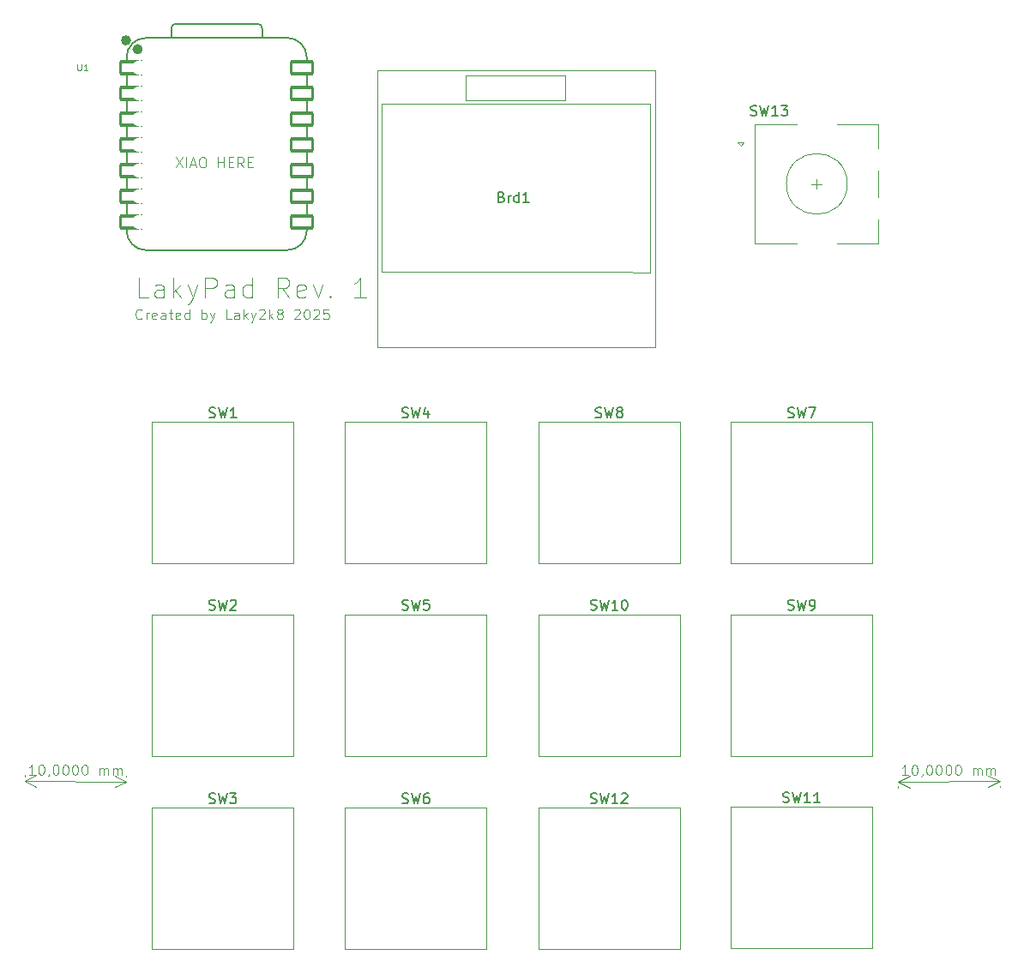
<source format=gbr>
%TF.GenerationSoftware,KiCad,Pcbnew,8.0.8*%
%TF.CreationDate,2025-02-20T19:12:18+01:00*%
%TF.ProjectId,lakypad,6c616b79-7061-4642-9e6b-696361645f70,rev?*%
%TF.SameCoordinates,Original*%
%TF.FileFunction,Legend,Top*%
%TF.FilePolarity,Positive*%
%FSLAX46Y46*%
G04 Gerber Fmt 4.6, Leading zero omitted, Abs format (unit mm)*
G04 Created by KiCad (PCBNEW 8.0.8) date 2025-02-20 19:12:18*
%MOMM*%
%LPD*%
G01*
G04 APERTURE LIST*
G04 Aperture macros list*
%AMRoundRect*
0 Rectangle with rounded corners*
0 $1 Rounding radius*
0 $2 $3 $4 $5 $6 $7 $8 $9 X,Y pos of 4 corners*
0 Add a 4 corners polygon primitive as box body*
4,1,4,$2,$3,$4,$5,$6,$7,$8,$9,$2,$3,0*
0 Add four circle primitives for the rounded corners*
1,1,$1+$1,$2,$3*
1,1,$1+$1,$4,$5*
1,1,$1+$1,$6,$7*
1,1,$1+$1,$8,$9*
0 Add four rect primitives between the rounded corners*
20,1,$1+$1,$2,$3,$4,$5,0*
20,1,$1+$1,$4,$5,$6,$7,0*
20,1,$1+$1,$6,$7,$8,$9,0*
20,1,$1+$1,$8,$9,$2,$3,0*%
G04 Aperture macros list end*
%ADD10C,0.100000*%
%ADD11C,0.150000*%
%ADD12C,0.101600*%
%ADD13C,0.120000*%
%ADD14C,0.127000*%
%ADD15C,0.504000*%
%ADD16R,2.000000X2.000000*%
%ADD17C,2.000000*%
%ADD18C,3.200000*%
%ADD19C,1.700000*%
%ADD20C,4.000000*%
%ADD21C,2.200000*%
%ADD22R,1.600000X1.600000*%
%ADD23O,1.600000X1.600000*%
%ADD24O,1.600000X2.000000*%
%ADD25RoundRect,0.152400X1.063600X0.609600X-1.063600X0.609600X-1.063600X-0.609600X1.063600X-0.609600X0*%
%ADD26C,1.524000*%
%ADD27RoundRect,0.152400X-1.063600X-0.609600X1.063600X-0.609600X1.063600X0.609600X-1.063600X0.609600X0*%
G04 APERTURE END LIST*
D10*
X111208646Y-31872419D02*
X111875312Y-32872419D01*
X111875312Y-31872419D02*
X111208646Y-32872419D01*
X112256265Y-32872419D02*
X112256265Y-31872419D01*
X112684836Y-32586704D02*
X113161026Y-32586704D01*
X112589598Y-32872419D02*
X112922931Y-31872419D01*
X112922931Y-31872419D02*
X113256264Y-32872419D01*
X113780074Y-31872419D02*
X113970550Y-31872419D01*
X113970550Y-31872419D02*
X114065788Y-31920038D01*
X114065788Y-31920038D02*
X114161026Y-32015276D01*
X114161026Y-32015276D02*
X114208645Y-32205752D01*
X114208645Y-32205752D02*
X114208645Y-32539085D01*
X114208645Y-32539085D02*
X114161026Y-32729561D01*
X114161026Y-32729561D02*
X114065788Y-32824800D01*
X114065788Y-32824800D02*
X113970550Y-32872419D01*
X113970550Y-32872419D02*
X113780074Y-32872419D01*
X113780074Y-32872419D02*
X113684836Y-32824800D01*
X113684836Y-32824800D02*
X113589598Y-32729561D01*
X113589598Y-32729561D02*
X113541979Y-32539085D01*
X113541979Y-32539085D02*
X113541979Y-32205752D01*
X113541979Y-32205752D02*
X113589598Y-32015276D01*
X113589598Y-32015276D02*
X113684836Y-31920038D01*
X113684836Y-31920038D02*
X113780074Y-31872419D01*
X115399122Y-32872419D02*
X115399122Y-31872419D01*
X115399122Y-32348609D02*
X115970550Y-32348609D01*
X115970550Y-32872419D02*
X115970550Y-31872419D01*
X116446741Y-32348609D02*
X116780074Y-32348609D01*
X116922931Y-32872419D02*
X116446741Y-32872419D01*
X116446741Y-32872419D02*
X116446741Y-31872419D01*
X116446741Y-31872419D02*
X116922931Y-31872419D01*
X117922931Y-32872419D02*
X117589598Y-32396228D01*
X117351503Y-32872419D02*
X117351503Y-31872419D01*
X117351503Y-31872419D02*
X117732455Y-31872419D01*
X117732455Y-31872419D02*
X117827693Y-31920038D01*
X117827693Y-31920038D02*
X117875312Y-31967657D01*
X117875312Y-31967657D02*
X117922931Y-32062895D01*
X117922931Y-32062895D02*
X117922931Y-32205752D01*
X117922931Y-32205752D02*
X117875312Y-32300990D01*
X117875312Y-32300990D02*
X117827693Y-32348609D01*
X117827693Y-32348609D02*
X117732455Y-32396228D01*
X117732455Y-32396228D02*
X117351503Y-32396228D01*
X118351503Y-32348609D02*
X118684836Y-32348609D01*
X118827693Y-32872419D02*
X118351503Y-32872419D01*
X118351503Y-32872419D02*
X118351503Y-31872419D01*
X118351503Y-31872419D02*
X118827693Y-31872419D01*
X107875312Y-47777180D02*
X107827693Y-47824800D01*
X107827693Y-47824800D02*
X107684836Y-47872419D01*
X107684836Y-47872419D02*
X107589598Y-47872419D01*
X107589598Y-47872419D02*
X107446741Y-47824800D01*
X107446741Y-47824800D02*
X107351503Y-47729561D01*
X107351503Y-47729561D02*
X107303884Y-47634323D01*
X107303884Y-47634323D02*
X107256265Y-47443847D01*
X107256265Y-47443847D02*
X107256265Y-47300990D01*
X107256265Y-47300990D02*
X107303884Y-47110514D01*
X107303884Y-47110514D02*
X107351503Y-47015276D01*
X107351503Y-47015276D02*
X107446741Y-46920038D01*
X107446741Y-46920038D02*
X107589598Y-46872419D01*
X107589598Y-46872419D02*
X107684836Y-46872419D01*
X107684836Y-46872419D02*
X107827693Y-46920038D01*
X107827693Y-46920038D02*
X107875312Y-46967657D01*
X108303884Y-47872419D02*
X108303884Y-47205752D01*
X108303884Y-47396228D02*
X108351503Y-47300990D01*
X108351503Y-47300990D02*
X108399122Y-47253371D01*
X108399122Y-47253371D02*
X108494360Y-47205752D01*
X108494360Y-47205752D02*
X108589598Y-47205752D01*
X109303884Y-47824800D02*
X109208646Y-47872419D01*
X109208646Y-47872419D02*
X109018170Y-47872419D01*
X109018170Y-47872419D02*
X108922932Y-47824800D01*
X108922932Y-47824800D02*
X108875313Y-47729561D01*
X108875313Y-47729561D02*
X108875313Y-47348609D01*
X108875313Y-47348609D02*
X108922932Y-47253371D01*
X108922932Y-47253371D02*
X109018170Y-47205752D01*
X109018170Y-47205752D02*
X109208646Y-47205752D01*
X109208646Y-47205752D02*
X109303884Y-47253371D01*
X109303884Y-47253371D02*
X109351503Y-47348609D01*
X109351503Y-47348609D02*
X109351503Y-47443847D01*
X109351503Y-47443847D02*
X108875313Y-47539085D01*
X110208646Y-47872419D02*
X110208646Y-47348609D01*
X110208646Y-47348609D02*
X110161027Y-47253371D01*
X110161027Y-47253371D02*
X110065789Y-47205752D01*
X110065789Y-47205752D02*
X109875313Y-47205752D01*
X109875313Y-47205752D02*
X109780075Y-47253371D01*
X110208646Y-47824800D02*
X110113408Y-47872419D01*
X110113408Y-47872419D02*
X109875313Y-47872419D01*
X109875313Y-47872419D02*
X109780075Y-47824800D01*
X109780075Y-47824800D02*
X109732456Y-47729561D01*
X109732456Y-47729561D02*
X109732456Y-47634323D01*
X109732456Y-47634323D02*
X109780075Y-47539085D01*
X109780075Y-47539085D02*
X109875313Y-47491466D01*
X109875313Y-47491466D02*
X110113408Y-47491466D01*
X110113408Y-47491466D02*
X110208646Y-47443847D01*
X110541980Y-47205752D02*
X110922932Y-47205752D01*
X110684837Y-46872419D02*
X110684837Y-47729561D01*
X110684837Y-47729561D02*
X110732456Y-47824800D01*
X110732456Y-47824800D02*
X110827694Y-47872419D01*
X110827694Y-47872419D02*
X110922932Y-47872419D01*
X111637218Y-47824800D02*
X111541980Y-47872419D01*
X111541980Y-47872419D02*
X111351504Y-47872419D01*
X111351504Y-47872419D02*
X111256266Y-47824800D01*
X111256266Y-47824800D02*
X111208647Y-47729561D01*
X111208647Y-47729561D02*
X111208647Y-47348609D01*
X111208647Y-47348609D02*
X111256266Y-47253371D01*
X111256266Y-47253371D02*
X111351504Y-47205752D01*
X111351504Y-47205752D02*
X111541980Y-47205752D01*
X111541980Y-47205752D02*
X111637218Y-47253371D01*
X111637218Y-47253371D02*
X111684837Y-47348609D01*
X111684837Y-47348609D02*
X111684837Y-47443847D01*
X111684837Y-47443847D02*
X111208647Y-47539085D01*
X112541980Y-47872419D02*
X112541980Y-46872419D01*
X112541980Y-47824800D02*
X112446742Y-47872419D01*
X112446742Y-47872419D02*
X112256266Y-47872419D01*
X112256266Y-47872419D02*
X112161028Y-47824800D01*
X112161028Y-47824800D02*
X112113409Y-47777180D01*
X112113409Y-47777180D02*
X112065790Y-47681942D01*
X112065790Y-47681942D02*
X112065790Y-47396228D01*
X112065790Y-47396228D02*
X112113409Y-47300990D01*
X112113409Y-47300990D02*
X112161028Y-47253371D01*
X112161028Y-47253371D02*
X112256266Y-47205752D01*
X112256266Y-47205752D02*
X112446742Y-47205752D01*
X112446742Y-47205752D02*
X112541980Y-47253371D01*
X113780076Y-47872419D02*
X113780076Y-46872419D01*
X113780076Y-47253371D02*
X113875314Y-47205752D01*
X113875314Y-47205752D02*
X114065790Y-47205752D01*
X114065790Y-47205752D02*
X114161028Y-47253371D01*
X114161028Y-47253371D02*
X114208647Y-47300990D01*
X114208647Y-47300990D02*
X114256266Y-47396228D01*
X114256266Y-47396228D02*
X114256266Y-47681942D01*
X114256266Y-47681942D02*
X114208647Y-47777180D01*
X114208647Y-47777180D02*
X114161028Y-47824800D01*
X114161028Y-47824800D02*
X114065790Y-47872419D01*
X114065790Y-47872419D02*
X113875314Y-47872419D01*
X113875314Y-47872419D02*
X113780076Y-47824800D01*
X114589600Y-47205752D02*
X114827695Y-47872419D01*
X115065790Y-47205752D02*
X114827695Y-47872419D01*
X114827695Y-47872419D02*
X114732457Y-48110514D01*
X114732457Y-48110514D02*
X114684838Y-48158133D01*
X114684838Y-48158133D02*
X114589600Y-48205752D01*
X116684838Y-47872419D02*
X116208648Y-47872419D01*
X116208648Y-47872419D02*
X116208648Y-46872419D01*
X117446743Y-47872419D02*
X117446743Y-47348609D01*
X117446743Y-47348609D02*
X117399124Y-47253371D01*
X117399124Y-47253371D02*
X117303886Y-47205752D01*
X117303886Y-47205752D02*
X117113410Y-47205752D01*
X117113410Y-47205752D02*
X117018172Y-47253371D01*
X117446743Y-47824800D02*
X117351505Y-47872419D01*
X117351505Y-47872419D02*
X117113410Y-47872419D01*
X117113410Y-47872419D02*
X117018172Y-47824800D01*
X117018172Y-47824800D02*
X116970553Y-47729561D01*
X116970553Y-47729561D02*
X116970553Y-47634323D01*
X116970553Y-47634323D02*
X117018172Y-47539085D01*
X117018172Y-47539085D02*
X117113410Y-47491466D01*
X117113410Y-47491466D02*
X117351505Y-47491466D01*
X117351505Y-47491466D02*
X117446743Y-47443847D01*
X117922934Y-47872419D02*
X117922934Y-46872419D01*
X118018172Y-47491466D02*
X118303886Y-47872419D01*
X118303886Y-47205752D02*
X117922934Y-47586704D01*
X118637220Y-47205752D02*
X118875315Y-47872419D01*
X119113410Y-47205752D02*
X118875315Y-47872419D01*
X118875315Y-47872419D02*
X118780077Y-48110514D01*
X118780077Y-48110514D02*
X118732458Y-48158133D01*
X118732458Y-48158133D02*
X118637220Y-48205752D01*
X119446744Y-46967657D02*
X119494363Y-46920038D01*
X119494363Y-46920038D02*
X119589601Y-46872419D01*
X119589601Y-46872419D02*
X119827696Y-46872419D01*
X119827696Y-46872419D02*
X119922934Y-46920038D01*
X119922934Y-46920038D02*
X119970553Y-46967657D01*
X119970553Y-46967657D02*
X120018172Y-47062895D01*
X120018172Y-47062895D02*
X120018172Y-47158133D01*
X120018172Y-47158133D02*
X119970553Y-47300990D01*
X119970553Y-47300990D02*
X119399125Y-47872419D01*
X119399125Y-47872419D02*
X120018172Y-47872419D01*
X120446744Y-47872419D02*
X120446744Y-46872419D01*
X120541982Y-47491466D02*
X120827696Y-47872419D01*
X120827696Y-47205752D02*
X120446744Y-47586704D01*
X121399125Y-47300990D02*
X121303887Y-47253371D01*
X121303887Y-47253371D02*
X121256268Y-47205752D01*
X121256268Y-47205752D02*
X121208649Y-47110514D01*
X121208649Y-47110514D02*
X121208649Y-47062895D01*
X121208649Y-47062895D02*
X121256268Y-46967657D01*
X121256268Y-46967657D02*
X121303887Y-46920038D01*
X121303887Y-46920038D02*
X121399125Y-46872419D01*
X121399125Y-46872419D02*
X121589601Y-46872419D01*
X121589601Y-46872419D02*
X121684839Y-46920038D01*
X121684839Y-46920038D02*
X121732458Y-46967657D01*
X121732458Y-46967657D02*
X121780077Y-47062895D01*
X121780077Y-47062895D02*
X121780077Y-47110514D01*
X121780077Y-47110514D02*
X121732458Y-47205752D01*
X121732458Y-47205752D02*
X121684839Y-47253371D01*
X121684839Y-47253371D02*
X121589601Y-47300990D01*
X121589601Y-47300990D02*
X121399125Y-47300990D01*
X121399125Y-47300990D02*
X121303887Y-47348609D01*
X121303887Y-47348609D02*
X121256268Y-47396228D01*
X121256268Y-47396228D02*
X121208649Y-47491466D01*
X121208649Y-47491466D02*
X121208649Y-47681942D01*
X121208649Y-47681942D02*
X121256268Y-47777180D01*
X121256268Y-47777180D02*
X121303887Y-47824800D01*
X121303887Y-47824800D02*
X121399125Y-47872419D01*
X121399125Y-47872419D02*
X121589601Y-47872419D01*
X121589601Y-47872419D02*
X121684839Y-47824800D01*
X121684839Y-47824800D02*
X121732458Y-47777180D01*
X121732458Y-47777180D02*
X121780077Y-47681942D01*
X121780077Y-47681942D02*
X121780077Y-47491466D01*
X121780077Y-47491466D02*
X121732458Y-47396228D01*
X121732458Y-47396228D02*
X121684839Y-47348609D01*
X121684839Y-47348609D02*
X121589601Y-47300990D01*
X122922935Y-46967657D02*
X122970554Y-46920038D01*
X122970554Y-46920038D02*
X123065792Y-46872419D01*
X123065792Y-46872419D02*
X123303887Y-46872419D01*
X123303887Y-46872419D02*
X123399125Y-46920038D01*
X123399125Y-46920038D02*
X123446744Y-46967657D01*
X123446744Y-46967657D02*
X123494363Y-47062895D01*
X123494363Y-47062895D02*
X123494363Y-47158133D01*
X123494363Y-47158133D02*
X123446744Y-47300990D01*
X123446744Y-47300990D02*
X122875316Y-47872419D01*
X122875316Y-47872419D02*
X123494363Y-47872419D01*
X124113411Y-46872419D02*
X124208649Y-46872419D01*
X124208649Y-46872419D02*
X124303887Y-46920038D01*
X124303887Y-46920038D02*
X124351506Y-46967657D01*
X124351506Y-46967657D02*
X124399125Y-47062895D01*
X124399125Y-47062895D02*
X124446744Y-47253371D01*
X124446744Y-47253371D02*
X124446744Y-47491466D01*
X124446744Y-47491466D02*
X124399125Y-47681942D01*
X124399125Y-47681942D02*
X124351506Y-47777180D01*
X124351506Y-47777180D02*
X124303887Y-47824800D01*
X124303887Y-47824800D02*
X124208649Y-47872419D01*
X124208649Y-47872419D02*
X124113411Y-47872419D01*
X124113411Y-47872419D02*
X124018173Y-47824800D01*
X124018173Y-47824800D02*
X123970554Y-47777180D01*
X123970554Y-47777180D02*
X123922935Y-47681942D01*
X123922935Y-47681942D02*
X123875316Y-47491466D01*
X123875316Y-47491466D02*
X123875316Y-47253371D01*
X123875316Y-47253371D02*
X123922935Y-47062895D01*
X123922935Y-47062895D02*
X123970554Y-46967657D01*
X123970554Y-46967657D02*
X124018173Y-46920038D01*
X124018173Y-46920038D02*
X124113411Y-46872419D01*
X124827697Y-46967657D02*
X124875316Y-46920038D01*
X124875316Y-46920038D02*
X124970554Y-46872419D01*
X124970554Y-46872419D02*
X125208649Y-46872419D01*
X125208649Y-46872419D02*
X125303887Y-46920038D01*
X125303887Y-46920038D02*
X125351506Y-46967657D01*
X125351506Y-46967657D02*
X125399125Y-47062895D01*
X125399125Y-47062895D02*
X125399125Y-47158133D01*
X125399125Y-47158133D02*
X125351506Y-47300990D01*
X125351506Y-47300990D02*
X124780078Y-47872419D01*
X124780078Y-47872419D02*
X125399125Y-47872419D01*
X126303887Y-46872419D02*
X125827697Y-46872419D01*
X125827697Y-46872419D02*
X125780078Y-47348609D01*
X125780078Y-47348609D02*
X125827697Y-47300990D01*
X125827697Y-47300990D02*
X125922935Y-47253371D01*
X125922935Y-47253371D02*
X126161030Y-47253371D01*
X126161030Y-47253371D02*
X126256268Y-47300990D01*
X126256268Y-47300990D02*
X126303887Y-47348609D01*
X126303887Y-47348609D02*
X126351506Y-47443847D01*
X126351506Y-47443847D02*
X126351506Y-47681942D01*
X126351506Y-47681942D02*
X126303887Y-47777180D01*
X126303887Y-47777180D02*
X126256268Y-47824800D01*
X126256268Y-47824800D02*
X126161030Y-47872419D01*
X126161030Y-47872419D02*
X125922935Y-47872419D01*
X125922935Y-47872419D02*
X125827697Y-47824800D01*
X125827697Y-47824800D02*
X125780078Y-47777180D01*
X108494360Y-45750038D02*
X107541979Y-45750038D01*
X107541979Y-45750038D02*
X107541979Y-43750038D01*
X110018170Y-45750038D02*
X110018170Y-44702419D01*
X110018170Y-44702419D02*
X109922932Y-44511942D01*
X109922932Y-44511942D02*
X109732456Y-44416704D01*
X109732456Y-44416704D02*
X109351503Y-44416704D01*
X109351503Y-44416704D02*
X109161027Y-44511942D01*
X110018170Y-45654800D02*
X109827694Y-45750038D01*
X109827694Y-45750038D02*
X109351503Y-45750038D01*
X109351503Y-45750038D02*
X109161027Y-45654800D01*
X109161027Y-45654800D02*
X109065789Y-45464323D01*
X109065789Y-45464323D02*
X109065789Y-45273847D01*
X109065789Y-45273847D02*
X109161027Y-45083371D01*
X109161027Y-45083371D02*
X109351503Y-44988133D01*
X109351503Y-44988133D02*
X109827694Y-44988133D01*
X109827694Y-44988133D02*
X110018170Y-44892895D01*
X110970551Y-45750038D02*
X110970551Y-43750038D01*
X111161027Y-44988133D02*
X111732456Y-45750038D01*
X111732456Y-44416704D02*
X110970551Y-45178609D01*
X112399123Y-44416704D02*
X112875313Y-45750038D01*
X113351504Y-44416704D02*
X112875313Y-45750038D01*
X112875313Y-45750038D02*
X112684837Y-46226228D01*
X112684837Y-46226228D02*
X112589599Y-46321466D01*
X112589599Y-46321466D02*
X112399123Y-46416704D01*
X114113409Y-45750038D02*
X114113409Y-43750038D01*
X114113409Y-43750038D02*
X114875314Y-43750038D01*
X114875314Y-43750038D02*
X115065790Y-43845276D01*
X115065790Y-43845276D02*
X115161028Y-43940514D01*
X115161028Y-43940514D02*
X115256266Y-44130990D01*
X115256266Y-44130990D02*
X115256266Y-44416704D01*
X115256266Y-44416704D02*
X115161028Y-44607180D01*
X115161028Y-44607180D02*
X115065790Y-44702419D01*
X115065790Y-44702419D02*
X114875314Y-44797657D01*
X114875314Y-44797657D02*
X114113409Y-44797657D01*
X116970552Y-45750038D02*
X116970552Y-44702419D01*
X116970552Y-44702419D02*
X116875314Y-44511942D01*
X116875314Y-44511942D02*
X116684838Y-44416704D01*
X116684838Y-44416704D02*
X116303885Y-44416704D01*
X116303885Y-44416704D02*
X116113409Y-44511942D01*
X116970552Y-45654800D02*
X116780076Y-45750038D01*
X116780076Y-45750038D02*
X116303885Y-45750038D01*
X116303885Y-45750038D02*
X116113409Y-45654800D01*
X116113409Y-45654800D02*
X116018171Y-45464323D01*
X116018171Y-45464323D02*
X116018171Y-45273847D01*
X116018171Y-45273847D02*
X116113409Y-45083371D01*
X116113409Y-45083371D02*
X116303885Y-44988133D01*
X116303885Y-44988133D02*
X116780076Y-44988133D01*
X116780076Y-44988133D02*
X116970552Y-44892895D01*
X118780076Y-45750038D02*
X118780076Y-43750038D01*
X118780076Y-45654800D02*
X118589600Y-45750038D01*
X118589600Y-45750038D02*
X118208647Y-45750038D01*
X118208647Y-45750038D02*
X118018171Y-45654800D01*
X118018171Y-45654800D02*
X117922933Y-45559561D01*
X117922933Y-45559561D02*
X117827695Y-45369085D01*
X117827695Y-45369085D02*
X117827695Y-44797657D01*
X117827695Y-44797657D02*
X117922933Y-44607180D01*
X117922933Y-44607180D02*
X118018171Y-44511942D01*
X118018171Y-44511942D02*
X118208647Y-44416704D01*
X118208647Y-44416704D02*
X118589600Y-44416704D01*
X118589600Y-44416704D02*
X118780076Y-44511942D01*
X122399124Y-45750038D02*
X121732457Y-44797657D01*
X121256267Y-45750038D02*
X121256267Y-43750038D01*
X121256267Y-43750038D02*
X122018172Y-43750038D01*
X122018172Y-43750038D02*
X122208648Y-43845276D01*
X122208648Y-43845276D02*
X122303886Y-43940514D01*
X122303886Y-43940514D02*
X122399124Y-44130990D01*
X122399124Y-44130990D02*
X122399124Y-44416704D01*
X122399124Y-44416704D02*
X122303886Y-44607180D01*
X122303886Y-44607180D02*
X122208648Y-44702419D01*
X122208648Y-44702419D02*
X122018172Y-44797657D01*
X122018172Y-44797657D02*
X121256267Y-44797657D01*
X124018172Y-45654800D02*
X123827696Y-45750038D01*
X123827696Y-45750038D02*
X123446743Y-45750038D01*
X123446743Y-45750038D02*
X123256267Y-45654800D01*
X123256267Y-45654800D02*
X123161029Y-45464323D01*
X123161029Y-45464323D02*
X123161029Y-44702419D01*
X123161029Y-44702419D02*
X123256267Y-44511942D01*
X123256267Y-44511942D02*
X123446743Y-44416704D01*
X123446743Y-44416704D02*
X123827696Y-44416704D01*
X123827696Y-44416704D02*
X124018172Y-44511942D01*
X124018172Y-44511942D02*
X124113410Y-44702419D01*
X124113410Y-44702419D02*
X124113410Y-44892895D01*
X124113410Y-44892895D02*
X123161029Y-45083371D01*
X124780077Y-44416704D02*
X125256267Y-45750038D01*
X125256267Y-45750038D02*
X125732458Y-44416704D01*
X126494363Y-45559561D02*
X126589601Y-45654800D01*
X126589601Y-45654800D02*
X126494363Y-45750038D01*
X126494363Y-45750038D02*
X126399125Y-45654800D01*
X126399125Y-45654800D02*
X126494363Y-45559561D01*
X126494363Y-45559561D02*
X126494363Y-45750038D01*
X130018173Y-45750038D02*
X128875316Y-45750038D01*
X129446744Y-45750038D02*
X129446744Y-43750038D01*
X129446744Y-43750038D02*
X129256268Y-44035752D01*
X129256268Y-44035752D02*
X129065792Y-44226228D01*
X129065792Y-44226228D02*
X128875316Y-44321466D01*
X183500922Y-92884076D02*
X182929496Y-92885505D01*
X183215209Y-92884790D02*
X183212709Y-91884794D01*
X183212709Y-91884794D02*
X183117828Y-92027888D01*
X183117828Y-92027888D02*
X183022829Y-92123364D01*
X183022829Y-92123364D02*
X182927710Y-92171221D01*
X184117468Y-91882532D02*
X184212706Y-91882294D01*
X184212706Y-91882294D02*
X184308063Y-91929674D01*
X184308063Y-91929674D02*
X184355801Y-91977174D01*
X184355801Y-91977174D02*
X184403658Y-92072293D01*
X184403658Y-92072293D02*
X184451753Y-92262650D01*
X184451753Y-92262650D02*
X184452348Y-92500744D01*
X184452348Y-92500744D02*
X184405205Y-92691339D01*
X184405205Y-92691339D02*
X184357825Y-92786695D01*
X184357825Y-92786695D02*
X184310325Y-92834433D01*
X184310325Y-92834433D02*
X184215206Y-92882290D01*
X184215206Y-92882290D02*
X184119968Y-92882529D01*
X184119968Y-92882529D02*
X184024611Y-92835148D01*
X184024611Y-92835148D02*
X183976873Y-92787648D01*
X183976873Y-92787648D02*
X183929016Y-92692529D01*
X183929016Y-92692529D02*
X183880921Y-92502173D01*
X183880921Y-92502173D02*
X183880326Y-92264078D01*
X183880326Y-92264078D02*
X183927469Y-92073483D01*
X183927469Y-92073483D02*
X183974850Y-91978127D01*
X183974850Y-91978127D02*
X184022349Y-91930389D01*
X184022349Y-91930389D02*
X184117468Y-91882532D01*
X184929370Y-92832886D02*
X184929490Y-92880505D01*
X184929490Y-92880505D02*
X184882109Y-92975862D01*
X184882109Y-92975862D02*
X184834609Y-93023600D01*
X185546035Y-91878960D02*
X185641273Y-91878722D01*
X185641273Y-91878722D02*
X185736629Y-91926103D01*
X185736629Y-91926103D02*
X185784367Y-91973603D01*
X185784367Y-91973603D02*
X185832224Y-92068722D01*
X185832224Y-92068722D02*
X185880319Y-92259078D01*
X185880319Y-92259078D02*
X185880915Y-92497173D01*
X185880915Y-92497173D02*
X185833772Y-92687767D01*
X185833772Y-92687767D02*
X185786391Y-92783124D01*
X185786391Y-92783124D02*
X185738891Y-92830862D01*
X185738891Y-92830862D02*
X185643773Y-92878719D01*
X185643773Y-92878719D02*
X185548535Y-92878957D01*
X185548535Y-92878957D02*
X185453178Y-92831576D01*
X185453178Y-92831576D02*
X185405440Y-92784076D01*
X185405440Y-92784076D02*
X185357583Y-92688958D01*
X185357583Y-92688958D02*
X185309488Y-92498601D01*
X185309488Y-92498601D02*
X185308893Y-92260507D01*
X185308893Y-92260507D02*
X185356035Y-92069912D01*
X185356035Y-92069912D02*
X185403416Y-91974555D01*
X185403416Y-91974555D02*
X185450916Y-91926817D01*
X185450916Y-91926817D02*
X185546035Y-91878960D01*
X186498413Y-91876579D02*
X186593651Y-91876341D01*
X186593651Y-91876341D02*
X186689007Y-91923722D01*
X186689007Y-91923722D02*
X186736745Y-91971222D01*
X186736745Y-91971222D02*
X186784602Y-92066341D01*
X186784602Y-92066341D02*
X186832697Y-92256697D01*
X186832697Y-92256697D02*
X186833293Y-92494792D01*
X186833293Y-92494792D02*
X186786150Y-92685386D01*
X186786150Y-92685386D02*
X186738769Y-92780743D01*
X186738769Y-92780743D02*
X186691269Y-92828481D01*
X186691269Y-92828481D02*
X186596151Y-92876338D01*
X186596151Y-92876338D02*
X186500913Y-92876576D01*
X186500913Y-92876576D02*
X186405556Y-92829195D01*
X186405556Y-92829195D02*
X186357818Y-92781696D01*
X186357818Y-92781696D02*
X186309961Y-92686577D01*
X186309961Y-92686577D02*
X186261866Y-92496220D01*
X186261866Y-92496220D02*
X186261271Y-92258126D01*
X186261271Y-92258126D02*
X186308413Y-92067531D01*
X186308413Y-92067531D02*
X186355794Y-91972174D01*
X186355794Y-91972174D02*
X186403294Y-91924436D01*
X186403294Y-91924436D02*
X186498413Y-91876579D01*
X187450791Y-91874198D02*
X187546029Y-91873960D01*
X187546029Y-91873960D02*
X187641385Y-91921341D01*
X187641385Y-91921341D02*
X187689123Y-91968841D01*
X187689123Y-91968841D02*
X187736980Y-92063960D01*
X187736980Y-92063960D02*
X187785075Y-92254316D01*
X187785075Y-92254316D02*
X187785671Y-92492411D01*
X187785671Y-92492411D02*
X187738528Y-92683005D01*
X187738528Y-92683005D02*
X187691147Y-92778362D01*
X187691147Y-92778362D02*
X187643647Y-92826100D01*
X187643647Y-92826100D02*
X187548529Y-92873957D01*
X187548529Y-92873957D02*
X187453291Y-92874195D01*
X187453291Y-92874195D02*
X187357934Y-92826814D01*
X187357934Y-92826814D02*
X187310196Y-92779315D01*
X187310196Y-92779315D02*
X187262339Y-92684196D01*
X187262339Y-92684196D02*
X187214244Y-92493839D01*
X187214244Y-92493839D02*
X187213649Y-92255745D01*
X187213649Y-92255745D02*
X187260791Y-92065150D01*
X187260791Y-92065150D02*
X187308172Y-91969793D01*
X187308172Y-91969793D02*
X187355672Y-91922055D01*
X187355672Y-91922055D02*
X187450791Y-91874198D01*
X188403169Y-91871817D02*
X188498407Y-91871579D01*
X188498407Y-91871579D02*
X188593763Y-91918960D01*
X188593763Y-91918960D02*
X188641501Y-91966460D01*
X188641501Y-91966460D02*
X188689358Y-92061579D01*
X188689358Y-92061579D02*
X188737453Y-92251935D01*
X188737453Y-92251935D02*
X188738049Y-92490030D01*
X188738049Y-92490030D02*
X188690906Y-92680624D01*
X188690906Y-92680624D02*
X188643525Y-92775981D01*
X188643525Y-92775981D02*
X188596025Y-92823719D01*
X188596025Y-92823719D02*
X188500907Y-92871576D01*
X188500907Y-92871576D02*
X188405669Y-92871814D01*
X188405669Y-92871814D02*
X188310312Y-92824433D01*
X188310312Y-92824433D02*
X188262574Y-92776934D01*
X188262574Y-92776934D02*
X188214717Y-92681815D01*
X188214717Y-92681815D02*
X188166622Y-92491458D01*
X188166622Y-92491458D02*
X188166027Y-92253364D01*
X188166027Y-92253364D02*
X188213169Y-92062769D01*
X188213169Y-92062769D02*
X188260550Y-91967412D01*
X188260550Y-91967412D02*
X188308050Y-91919674D01*
X188308050Y-91919674D02*
X188403169Y-91871817D01*
X189929474Y-92868005D02*
X189927807Y-92201340D01*
X189928045Y-92296578D02*
X189975545Y-92248840D01*
X189975545Y-92248840D02*
X190070664Y-92200983D01*
X190070664Y-92200983D02*
X190213521Y-92200626D01*
X190213521Y-92200626D02*
X190308877Y-92248007D01*
X190308877Y-92248007D02*
X190356734Y-92343125D01*
X190356734Y-92343125D02*
X190358044Y-92866933D01*
X190356734Y-92343125D02*
X190404115Y-92247769D01*
X190404115Y-92247769D02*
X190499234Y-92199912D01*
X190499234Y-92199912D02*
X190642091Y-92199554D01*
X190642091Y-92199554D02*
X190737448Y-92246935D01*
X190737448Y-92246935D02*
X190785305Y-92342054D01*
X190785305Y-92342054D02*
X190786614Y-92865862D01*
X191262803Y-92864671D02*
X191261136Y-92198007D01*
X191261374Y-92293245D02*
X191308874Y-92245507D01*
X191308874Y-92245507D02*
X191403993Y-92197650D01*
X191403993Y-92197650D02*
X191546849Y-92197293D01*
X191546849Y-92197293D02*
X191642206Y-92244673D01*
X191642206Y-92244673D02*
X191690063Y-92339792D01*
X191690063Y-92339792D02*
X191691373Y-92863600D01*
X191690063Y-92339792D02*
X191737444Y-92244435D01*
X191737444Y-92244435D02*
X191832563Y-92196578D01*
X191832563Y-92196578D02*
X191975419Y-92196221D01*
X191975419Y-92196221D02*
X192070776Y-92243602D01*
X192070776Y-92243602D02*
X192118633Y-92338721D01*
X192118633Y-92338721D02*
X192119943Y-92862529D01*
X182551250Y-93974998D02*
X182551601Y-94115455D01*
X192551250Y-93949998D02*
X192551601Y-94090455D01*
X182550135Y-93529037D02*
X192550135Y-93504037D01*
X182550135Y-93529037D02*
X192550135Y-93504037D01*
X182550135Y-93529037D02*
X183675169Y-92939802D01*
X182550135Y-93529037D02*
X183678101Y-94112640D01*
X192550135Y-93504037D02*
X191425101Y-94093272D01*
X192550135Y-93504037D02*
X191422169Y-92920434D01*
X97279156Y-92847494D02*
X96707730Y-92846066D01*
X96993443Y-92846780D02*
X96995943Y-91846783D01*
X96995943Y-91846783D02*
X96900348Y-91989402D01*
X96900348Y-91989402D02*
X96804872Y-92084401D01*
X96804872Y-92084401D02*
X96709515Y-92131782D01*
X97900702Y-91849045D02*
X97995940Y-91849283D01*
X97995940Y-91849283D02*
X98091059Y-91897140D01*
X98091059Y-91897140D02*
X98138558Y-91944878D01*
X98138558Y-91944878D02*
X98185939Y-92040235D01*
X98185939Y-92040235D02*
X98233082Y-92230829D01*
X98233082Y-92230829D02*
X98232487Y-92468924D01*
X98232487Y-92468924D02*
X98184392Y-92659280D01*
X98184392Y-92659280D02*
X98136535Y-92754399D01*
X98136535Y-92754399D02*
X98088797Y-92801899D01*
X98088797Y-92801899D02*
X97993440Y-92849280D01*
X97993440Y-92849280D02*
X97898202Y-92849042D01*
X97898202Y-92849042D02*
X97803083Y-92801185D01*
X97803083Y-92801185D02*
X97755583Y-92753447D01*
X97755583Y-92753447D02*
X97708203Y-92658090D01*
X97708203Y-92658090D02*
X97661060Y-92467495D01*
X97661060Y-92467495D02*
X97661655Y-92229401D01*
X97661655Y-92229401D02*
X97709750Y-92039044D01*
X97709750Y-92039044D02*
X97757607Y-91943925D01*
X97757607Y-91943925D02*
X97805345Y-91896426D01*
X97805345Y-91896426D02*
X97900702Y-91849045D01*
X98707842Y-92803447D02*
X98707723Y-92851066D01*
X98707723Y-92851066D02*
X98659866Y-92946184D01*
X98659866Y-92946184D02*
X98612128Y-92993684D01*
X99329269Y-91852616D02*
X99424506Y-91852854D01*
X99424506Y-91852854D02*
X99519625Y-91900711D01*
X99519625Y-91900711D02*
X99567125Y-91948449D01*
X99567125Y-91948449D02*
X99614506Y-92043806D01*
X99614506Y-92043806D02*
X99661649Y-92234401D01*
X99661649Y-92234401D02*
X99661053Y-92472495D01*
X99661053Y-92472495D02*
X99612958Y-92662852D01*
X99612958Y-92662852D02*
X99565101Y-92757971D01*
X99565101Y-92757971D02*
X99517363Y-92805470D01*
X99517363Y-92805470D02*
X99422006Y-92852851D01*
X99422006Y-92852851D02*
X99326769Y-92852613D01*
X99326769Y-92852613D02*
X99231650Y-92804756D01*
X99231650Y-92804756D02*
X99184150Y-92757018D01*
X99184150Y-92757018D02*
X99136769Y-92661661D01*
X99136769Y-92661661D02*
X99089627Y-92471067D01*
X99089627Y-92471067D02*
X99090222Y-92232972D01*
X99090222Y-92232972D02*
X99138317Y-92042616D01*
X99138317Y-92042616D02*
X99186174Y-91947497D01*
X99186174Y-91947497D02*
X99233912Y-91899997D01*
X99233912Y-91899997D02*
X99329269Y-91852616D01*
X100281647Y-91854997D02*
X100376884Y-91855235D01*
X100376884Y-91855235D02*
X100472003Y-91903092D01*
X100472003Y-91903092D02*
X100519503Y-91950830D01*
X100519503Y-91950830D02*
X100566884Y-92046187D01*
X100566884Y-92046187D02*
X100614027Y-92236782D01*
X100614027Y-92236782D02*
X100613431Y-92474876D01*
X100613431Y-92474876D02*
X100565336Y-92665233D01*
X100565336Y-92665233D02*
X100517479Y-92760352D01*
X100517479Y-92760352D02*
X100469741Y-92807851D01*
X100469741Y-92807851D02*
X100374384Y-92855232D01*
X100374384Y-92855232D02*
X100279147Y-92854994D01*
X100279147Y-92854994D02*
X100184028Y-92807137D01*
X100184028Y-92807137D02*
X100136528Y-92759399D01*
X100136528Y-92759399D02*
X100089147Y-92664042D01*
X100089147Y-92664042D02*
X100042005Y-92473448D01*
X100042005Y-92473448D02*
X100042600Y-92235353D01*
X100042600Y-92235353D02*
X100090695Y-92044997D01*
X100090695Y-92044997D02*
X100138552Y-91949878D01*
X100138552Y-91949878D02*
X100186290Y-91902378D01*
X100186290Y-91902378D02*
X100281647Y-91854997D01*
X101234025Y-91857378D02*
X101329262Y-91857616D01*
X101329262Y-91857616D02*
X101424381Y-91905473D01*
X101424381Y-91905473D02*
X101471881Y-91953211D01*
X101471881Y-91953211D02*
X101519262Y-92048568D01*
X101519262Y-92048568D02*
X101566405Y-92239163D01*
X101566405Y-92239163D02*
X101565809Y-92477257D01*
X101565809Y-92477257D02*
X101517714Y-92667614D01*
X101517714Y-92667614D02*
X101469857Y-92762732D01*
X101469857Y-92762732D02*
X101422119Y-92810232D01*
X101422119Y-92810232D02*
X101326762Y-92857613D01*
X101326762Y-92857613D02*
X101231525Y-92857375D01*
X101231525Y-92857375D02*
X101136406Y-92809518D01*
X101136406Y-92809518D02*
X101088906Y-92761780D01*
X101088906Y-92761780D02*
X101041525Y-92666423D01*
X101041525Y-92666423D02*
X100994383Y-92475829D01*
X100994383Y-92475829D02*
X100994978Y-92237734D01*
X100994978Y-92237734D02*
X101043073Y-92047378D01*
X101043073Y-92047378D02*
X101090930Y-91952259D01*
X101090930Y-91952259D02*
X101138668Y-91904759D01*
X101138668Y-91904759D02*
X101234025Y-91857378D01*
X102186403Y-91859759D02*
X102281640Y-91859997D01*
X102281640Y-91859997D02*
X102376759Y-91907854D01*
X102376759Y-91907854D02*
X102424259Y-91955592D01*
X102424259Y-91955592D02*
X102471640Y-92050949D01*
X102471640Y-92050949D02*
X102518783Y-92241544D01*
X102518783Y-92241544D02*
X102518187Y-92479638D01*
X102518187Y-92479638D02*
X102470092Y-92669995D01*
X102470092Y-92669995D02*
X102422235Y-92765113D01*
X102422235Y-92765113D02*
X102374497Y-92812613D01*
X102374497Y-92812613D02*
X102279141Y-92859994D01*
X102279141Y-92859994D02*
X102183903Y-92859756D01*
X102183903Y-92859756D02*
X102088784Y-92811899D01*
X102088784Y-92811899D02*
X102041284Y-92764161D01*
X102041284Y-92764161D02*
X101993903Y-92668804D01*
X101993903Y-92668804D02*
X101946761Y-92478210D01*
X101946761Y-92478210D02*
X101947356Y-92240115D01*
X101947356Y-92240115D02*
X101995451Y-92049759D01*
X101995451Y-92049759D02*
X102043308Y-91954640D01*
X102043308Y-91954640D02*
X102091046Y-91907140D01*
X102091046Y-91907140D02*
X102186403Y-91859759D01*
X103707708Y-92863565D02*
X103709374Y-92196901D01*
X103709136Y-92292139D02*
X103756874Y-92244639D01*
X103756874Y-92244639D02*
X103852231Y-92197258D01*
X103852231Y-92197258D02*
X103995088Y-92197615D01*
X103995088Y-92197615D02*
X104090207Y-92245472D01*
X104090207Y-92245472D02*
X104137587Y-92340829D01*
X104137587Y-92340829D02*
X104136278Y-92864637D01*
X104137587Y-92340829D02*
X104185444Y-92245710D01*
X104185444Y-92245710D02*
X104280801Y-92198329D01*
X104280801Y-92198329D02*
X104423658Y-92198687D01*
X104423658Y-92198687D02*
X104518777Y-92246544D01*
X104518777Y-92246544D02*
X104566157Y-92341900D01*
X104566157Y-92341900D02*
X104564848Y-92865708D01*
X105041037Y-92866899D02*
X105042703Y-92200234D01*
X105042465Y-92295472D02*
X105090203Y-92247972D01*
X105090203Y-92247972D02*
X105185560Y-92200591D01*
X105185560Y-92200591D02*
X105328417Y-92200949D01*
X105328417Y-92200949D02*
X105423535Y-92248805D01*
X105423535Y-92248805D02*
X105470916Y-92344162D01*
X105470916Y-92344162D02*
X105469607Y-92867970D01*
X105470916Y-92344162D02*
X105518773Y-92249044D01*
X105518773Y-92249044D02*
X105614130Y-92201663D01*
X105614130Y-92201663D02*
X105756987Y-92202020D01*
X105756987Y-92202020D02*
X105852105Y-92249877D01*
X105852105Y-92249877D02*
X105899486Y-92345234D01*
X105899486Y-92345234D02*
X105898177Y-92869042D01*
X106326250Y-93075002D02*
X106326622Y-92926275D01*
X96326250Y-93050002D02*
X96326622Y-92901275D01*
X106325156Y-93512693D02*
X96325156Y-93487693D01*
X106325156Y-93512693D02*
X96325156Y-93487693D01*
X106325156Y-93512693D02*
X105197190Y-94096296D01*
X106325156Y-93512693D02*
X105200122Y-92923458D01*
X96325156Y-93487693D02*
X97453122Y-92904090D01*
X96325156Y-93487693D02*
X97450190Y-94076928D01*
D11*
X167990476Y-27707200D02*
X168133333Y-27754819D01*
X168133333Y-27754819D02*
X168371428Y-27754819D01*
X168371428Y-27754819D02*
X168466666Y-27707200D01*
X168466666Y-27707200D02*
X168514285Y-27659580D01*
X168514285Y-27659580D02*
X168561904Y-27564342D01*
X168561904Y-27564342D02*
X168561904Y-27469104D01*
X168561904Y-27469104D02*
X168514285Y-27373866D01*
X168514285Y-27373866D02*
X168466666Y-27326247D01*
X168466666Y-27326247D02*
X168371428Y-27278628D01*
X168371428Y-27278628D02*
X168180952Y-27231009D01*
X168180952Y-27231009D02*
X168085714Y-27183390D01*
X168085714Y-27183390D02*
X168038095Y-27135771D01*
X168038095Y-27135771D02*
X167990476Y-27040533D01*
X167990476Y-27040533D02*
X167990476Y-26945295D01*
X167990476Y-26945295D02*
X168038095Y-26850057D01*
X168038095Y-26850057D02*
X168085714Y-26802438D01*
X168085714Y-26802438D02*
X168180952Y-26754819D01*
X168180952Y-26754819D02*
X168419047Y-26754819D01*
X168419047Y-26754819D02*
X168561904Y-26802438D01*
X168895238Y-26754819D02*
X169133333Y-27754819D01*
X169133333Y-27754819D02*
X169323809Y-27040533D01*
X169323809Y-27040533D02*
X169514285Y-27754819D01*
X169514285Y-27754819D02*
X169752381Y-26754819D01*
X170657142Y-27754819D02*
X170085714Y-27754819D01*
X170371428Y-27754819D02*
X170371428Y-26754819D01*
X170371428Y-26754819D02*
X170276190Y-26897676D01*
X170276190Y-26897676D02*
X170180952Y-26992914D01*
X170180952Y-26992914D02*
X170085714Y-27040533D01*
X170990476Y-26754819D02*
X171609523Y-26754819D01*
X171609523Y-26754819D02*
X171276190Y-27135771D01*
X171276190Y-27135771D02*
X171419047Y-27135771D01*
X171419047Y-27135771D02*
X171514285Y-27183390D01*
X171514285Y-27183390D02*
X171561904Y-27231009D01*
X171561904Y-27231009D02*
X171609523Y-27326247D01*
X171609523Y-27326247D02*
X171609523Y-27564342D01*
X171609523Y-27564342D02*
X171561904Y-27659580D01*
X171561904Y-27659580D02*
X171514285Y-27707200D01*
X171514285Y-27707200D02*
X171419047Y-27754819D01*
X171419047Y-27754819D02*
X171133333Y-27754819D01*
X171133333Y-27754819D02*
X171038095Y-27707200D01*
X171038095Y-27707200D02*
X170990476Y-27659580D01*
X152190476Y-95633200D02*
X152333333Y-95680819D01*
X152333333Y-95680819D02*
X152571428Y-95680819D01*
X152571428Y-95680819D02*
X152666666Y-95633200D01*
X152666666Y-95633200D02*
X152714285Y-95585580D01*
X152714285Y-95585580D02*
X152761904Y-95490342D01*
X152761904Y-95490342D02*
X152761904Y-95395104D01*
X152761904Y-95395104D02*
X152714285Y-95299866D01*
X152714285Y-95299866D02*
X152666666Y-95252247D01*
X152666666Y-95252247D02*
X152571428Y-95204628D01*
X152571428Y-95204628D02*
X152380952Y-95157009D01*
X152380952Y-95157009D02*
X152285714Y-95109390D01*
X152285714Y-95109390D02*
X152238095Y-95061771D01*
X152238095Y-95061771D02*
X152190476Y-94966533D01*
X152190476Y-94966533D02*
X152190476Y-94871295D01*
X152190476Y-94871295D02*
X152238095Y-94776057D01*
X152238095Y-94776057D02*
X152285714Y-94728438D01*
X152285714Y-94728438D02*
X152380952Y-94680819D01*
X152380952Y-94680819D02*
X152619047Y-94680819D01*
X152619047Y-94680819D02*
X152761904Y-94728438D01*
X153095238Y-94680819D02*
X153333333Y-95680819D01*
X153333333Y-95680819D02*
X153523809Y-94966533D01*
X153523809Y-94966533D02*
X153714285Y-95680819D01*
X153714285Y-95680819D02*
X153952381Y-94680819D01*
X154857142Y-95680819D02*
X154285714Y-95680819D01*
X154571428Y-95680819D02*
X154571428Y-94680819D01*
X154571428Y-94680819D02*
X154476190Y-94823676D01*
X154476190Y-94823676D02*
X154380952Y-94918914D01*
X154380952Y-94918914D02*
X154285714Y-94966533D01*
X155238095Y-94776057D02*
X155285714Y-94728438D01*
X155285714Y-94728438D02*
X155380952Y-94680819D01*
X155380952Y-94680819D02*
X155619047Y-94680819D01*
X155619047Y-94680819D02*
X155714285Y-94728438D01*
X155714285Y-94728438D02*
X155761904Y-94776057D01*
X155761904Y-94776057D02*
X155809523Y-94871295D01*
X155809523Y-94871295D02*
X155809523Y-94966533D01*
X155809523Y-94966533D02*
X155761904Y-95109390D01*
X155761904Y-95109390D02*
X155190476Y-95680819D01*
X155190476Y-95680819D02*
X155809523Y-95680819D01*
X171190476Y-95533200D02*
X171333333Y-95580819D01*
X171333333Y-95580819D02*
X171571428Y-95580819D01*
X171571428Y-95580819D02*
X171666666Y-95533200D01*
X171666666Y-95533200D02*
X171714285Y-95485580D01*
X171714285Y-95485580D02*
X171761904Y-95390342D01*
X171761904Y-95390342D02*
X171761904Y-95295104D01*
X171761904Y-95295104D02*
X171714285Y-95199866D01*
X171714285Y-95199866D02*
X171666666Y-95152247D01*
X171666666Y-95152247D02*
X171571428Y-95104628D01*
X171571428Y-95104628D02*
X171380952Y-95057009D01*
X171380952Y-95057009D02*
X171285714Y-95009390D01*
X171285714Y-95009390D02*
X171238095Y-94961771D01*
X171238095Y-94961771D02*
X171190476Y-94866533D01*
X171190476Y-94866533D02*
X171190476Y-94771295D01*
X171190476Y-94771295D02*
X171238095Y-94676057D01*
X171238095Y-94676057D02*
X171285714Y-94628438D01*
X171285714Y-94628438D02*
X171380952Y-94580819D01*
X171380952Y-94580819D02*
X171619047Y-94580819D01*
X171619047Y-94580819D02*
X171761904Y-94628438D01*
X172095238Y-94580819D02*
X172333333Y-95580819D01*
X172333333Y-95580819D02*
X172523809Y-94866533D01*
X172523809Y-94866533D02*
X172714285Y-95580819D01*
X172714285Y-95580819D02*
X172952381Y-94580819D01*
X173857142Y-95580819D02*
X173285714Y-95580819D01*
X173571428Y-95580819D02*
X173571428Y-94580819D01*
X173571428Y-94580819D02*
X173476190Y-94723676D01*
X173476190Y-94723676D02*
X173380952Y-94818914D01*
X173380952Y-94818914D02*
X173285714Y-94866533D01*
X174809523Y-95580819D02*
X174238095Y-95580819D01*
X174523809Y-95580819D02*
X174523809Y-94580819D01*
X174523809Y-94580819D02*
X174428571Y-94723676D01*
X174428571Y-94723676D02*
X174333333Y-94818914D01*
X174333333Y-94818914D02*
X174238095Y-94866533D01*
X152190476Y-76533200D02*
X152333333Y-76580819D01*
X152333333Y-76580819D02*
X152571428Y-76580819D01*
X152571428Y-76580819D02*
X152666666Y-76533200D01*
X152666666Y-76533200D02*
X152714285Y-76485580D01*
X152714285Y-76485580D02*
X152761904Y-76390342D01*
X152761904Y-76390342D02*
X152761904Y-76295104D01*
X152761904Y-76295104D02*
X152714285Y-76199866D01*
X152714285Y-76199866D02*
X152666666Y-76152247D01*
X152666666Y-76152247D02*
X152571428Y-76104628D01*
X152571428Y-76104628D02*
X152380952Y-76057009D01*
X152380952Y-76057009D02*
X152285714Y-76009390D01*
X152285714Y-76009390D02*
X152238095Y-75961771D01*
X152238095Y-75961771D02*
X152190476Y-75866533D01*
X152190476Y-75866533D02*
X152190476Y-75771295D01*
X152190476Y-75771295D02*
X152238095Y-75676057D01*
X152238095Y-75676057D02*
X152285714Y-75628438D01*
X152285714Y-75628438D02*
X152380952Y-75580819D01*
X152380952Y-75580819D02*
X152619047Y-75580819D01*
X152619047Y-75580819D02*
X152761904Y-75628438D01*
X153095238Y-75580819D02*
X153333333Y-76580819D01*
X153333333Y-76580819D02*
X153523809Y-75866533D01*
X153523809Y-75866533D02*
X153714285Y-76580819D01*
X153714285Y-76580819D02*
X153952381Y-75580819D01*
X154857142Y-76580819D02*
X154285714Y-76580819D01*
X154571428Y-76580819D02*
X154571428Y-75580819D01*
X154571428Y-75580819D02*
X154476190Y-75723676D01*
X154476190Y-75723676D02*
X154380952Y-75818914D01*
X154380952Y-75818914D02*
X154285714Y-75866533D01*
X155476190Y-75580819D02*
X155571428Y-75580819D01*
X155571428Y-75580819D02*
X155666666Y-75628438D01*
X155666666Y-75628438D02*
X155714285Y-75676057D01*
X155714285Y-75676057D02*
X155761904Y-75771295D01*
X155761904Y-75771295D02*
X155809523Y-75961771D01*
X155809523Y-75961771D02*
X155809523Y-76199866D01*
X155809523Y-76199866D02*
X155761904Y-76390342D01*
X155761904Y-76390342D02*
X155714285Y-76485580D01*
X155714285Y-76485580D02*
X155666666Y-76533200D01*
X155666666Y-76533200D02*
X155571428Y-76580819D01*
X155571428Y-76580819D02*
X155476190Y-76580819D01*
X155476190Y-76580819D02*
X155380952Y-76533200D01*
X155380952Y-76533200D02*
X155333333Y-76485580D01*
X155333333Y-76485580D02*
X155285714Y-76390342D01*
X155285714Y-76390342D02*
X155238095Y-76199866D01*
X155238095Y-76199866D02*
X155238095Y-75961771D01*
X155238095Y-75961771D02*
X155285714Y-75771295D01*
X155285714Y-75771295D02*
X155333333Y-75676057D01*
X155333333Y-75676057D02*
X155380952Y-75628438D01*
X155380952Y-75628438D02*
X155476190Y-75580819D01*
X171666667Y-76533200D02*
X171809524Y-76580819D01*
X171809524Y-76580819D02*
X172047619Y-76580819D01*
X172047619Y-76580819D02*
X172142857Y-76533200D01*
X172142857Y-76533200D02*
X172190476Y-76485580D01*
X172190476Y-76485580D02*
X172238095Y-76390342D01*
X172238095Y-76390342D02*
X172238095Y-76295104D01*
X172238095Y-76295104D02*
X172190476Y-76199866D01*
X172190476Y-76199866D02*
X172142857Y-76152247D01*
X172142857Y-76152247D02*
X172047619Y-76104628D01*
X172047619Y-76104628D02*
X171857143Y-76057009D01*
X171857143Y-76057009D02*
X171761905Y-76009390D01*
X171761905Y-76009390D02*
X171714286Y-75961771D01*
X171714286Y-75961771D02*
X171666667Y-75866533D01*
X171666667Y-75866533D02*
X171666667Y-75771295D01*
X171666667Y-75771295D02*
X171714286Y-75676057D01*
X171714286Y-75676057D02*
X171761905Y-75628438D01*
X171761905Y-75628438D02*
X171857143Y-75580819D01*
X171857143Y-75580819D02*
X172095238Y-75580819D01*
X172095238Y-75580819D02*
X172238095Y-75628438D01*
X172571429Y-75580819D02*
X172809524Y-76580819D01*
X172809524Y-76580819D02*
X173000000Y-75866533D01*
X173000000Y-75866533D02*
X173190476Y-76580819D01*
X173190476Y-76580819D02*
X173428572Y-75580819D01*
X173857143Y-76580819D02*
X174047619Y-76580819D01*
X174047619Y-76580819D02*
X174142857Y-76533200D01*
X174142857Y-76533200D02*
X174190476Y-76485580D01*
X174190476Y-76485580D02*
X174285714Y-76342723D01*
X174285714Y-76342723D02*
X174333333Y-76152247D01*
X174333333Y-76152247D02*
X174333333Y-75771295D01*
X174333333Y-75771295D02*
X174285714Y-75676057D01*
X174285714Y-75676057D02*
X174238095Y-75628438D01*
X174238095Y-75628438D02*
X174142857Y-75580819D01*
X174142857Y-75580819D02*
X173952381Y-75580819D01*
X173952381Y-75580819D02*
X173857143Y-75628438D01*
X173857143Y-75628438D02*
X173809524Y-75676057D01*
X173809524Y-75676057D02*
X173761905Y-75771295D01*
X173761905Y-75771295D02*
X173761905Y-76009390D01*
X173761905Y-76009390D02*
X173809524Y-76104628D01*
X173809524Y-76104628D02*
X173857143Y-76152247D01*
X173857143Y-76152247D02*
X173952381Y-76199866D01*
X173952381Y-76199866D02*
X174142857Y-76199866D01*
X174142857Y-76199866D02*
X174238095Y-76152247D01*
X174238095Y-76152247D02*
X174285714Y-76104628D01*
X174285714Y-76104628D02*
X174333333Y-76009390D01*
X152666667Y-57533200D02*
X152809524Y-57580819D01*
X152809524Y-57580819D02*
X153047619Y-57580819D01*
X153047619Y-57580819D02*
X153142857Y-57533200D01*
X153142857Y-57533200D02*
X153190476Y-57485580D01*
X153190476Y-57485580D02*
X153238095Y-57390342D01*
X153238095Y-57390342D02*
X153238095Y-57295104D01*
X153238095Y-57295104D02*
X153190476Y-57199866D01*
X153190476Y-57199866D02*
X153142857Y-57152247D01*
X153142857Y-57152247D02*
X153047619Y-57104628D01*
X153047619Y-57104628D02*
X152857143Y-57057009D01*
X152857143Y-57057009D02*
X152761905Y-57009390D01*
X152761905Y-57009390D02*
X152714286Y-56961771D01*
X152714286Y-56961771D02*
X152666667Y-56866533D01*
X152666667Y-56866533D02*
X152666667Y-56771295D01*
X152666667Y-56771295D02*
X152714286Y-56676057D01*
X152714286Y-56676057D02*
X152761905Y-56628438D01*
X152761905Y-56628438D02*
X152857143Y-56580819D01*
X152857143Y-56580819D02*
X153095238Y-56580819D01*
X153095238Y-56580819D02*
X153238095Y-56628438D01*
X153571429Y-56580819D02*
X153809524Y-57580819D01*
X153809524Y-57580819D02*
X154000000Y-56866533D01*
X154000000Y-56866533D02*
X154190476Y-57580819D01*
X154190476Y-57580819D02*
X154428572Y-56580819D01*
X154952381Y-57009390D02*
X154857143Y-56961771D01*
X154857143Y-56961771D02*
X154809524Y-56914152D01*
X154809524Y-56914152D02*
X154761905Y-56818914D01*
X154761905Y-56818914D02*
X154761905Y-56771295D01*
X154761905Y-56771295D02*
X154809524Y-56676057D01*
X154809524Y-56676057D02*
X154857143Y-56628438D01*
X154857143Y-56628438D02*
X154952381Y-56580819D01*
X154952381Y-56580819D02*
X155142857Y-56580819D01*
X155142857Y-56580819D02*
X155238095Y-56628438D01*
X155238095Y-56628438D02*
X155285714Y-56676057D01*
X155285714Y-56676057D02*
X155333333Y-56771295D01*
X155333333Y-56771295D02*
X155333333Y-56818914D01*
X155333333Y-56818914D02*
X155285714Y-56914152D01*
X155285714Y-56914152D02*
X155238095Y-56961771D01*
X155238095Y-56961771D02*
X155142857Y-57009390D01*
X155142857Y-57009390D02*
X154952381Y-57009390D01*
X154952381Y-57009390D02*
X154857143Y-57057009D01*
X154857143Y-57057009D02*
X154809524Y-57104628D01*
X154809524Y-57104628D02*
X154761905Y-57199866D01*
X154761905Y-57199866D02*
X154761905Y-57390342D01*
X154761905Y-57390342D02*
X154809524Y-57485580D01*
X154809524Y-57485580D02*
X154857143Y-57533200D01*
X154857143Y-57533200D02*
X154952381Y-57580819D01*
X154952381Y-57580819D02*
X155142857Y-57580819D01*
X155142857Y-57580819D02*
X155238095Y-57533200D01*
X155238095Y-57533200D02*
X155285714Y-57485580D01*
X155285714Y-57485580D02*
X155333333Y-57390342D01*
X155333333Y-57390342D02*
X155333333Y-57199866D01*
X155333333Y-57199866D02*
X155285714Y-57104628D01*
X155285714Y-57104628D02*
X155238095Y-57057009D01*
X155238095Y-57057009D02*
X155142857Y-57009390D01*
X171666667Y-57533200D02*
X171809524Y-57580819D01*
X171809524Y-57580819D02*
X172047619Y-57580819D01*
X172047619Y-57580819D02*
X172142857Y-57533200D01*
X172142857Y-57533200D02*
X172190476Y-57485580D01*
X172190476Y-57485580D02*
X172238095Y-57390342D01*
X172238095Y-57390342D02*
X172238095Y-57295104D01*
X172238095Y-57295104D02*
X172190476Y-57199866D01*
X172190476Y-57199866D02*
X172142857Y-57152247D01*
X172142857Y-57152247D02*
X172047619Y-57104628D01*
X172047619Y-57104628D02*
X171857143Y-57057009D01*
X171857143Y-57057009D02*
X171761905Y-57009390D01*
X171761905Y-57009390D02*
X171714286Y-56961771D01*
X171714286Y-56961771D02*
X171666667Y-56866533D01*
X171666667Y-56866533D02*
X171666667Y-56771295D01*
X171666667Y-56771295D02*
X171714286Y-56676057D01*
X171714286Y-56676057D02*
X171761905Y-56628438D01*
X171761905Y-56628438D02*
X171857143Y-56580819D01*
X171857143Y-56580819D02*
X172095238Y-56580819D01*
X172095238Y-56580819D02*
X172238095Y-56628438D01*
X172571429Y-56580819D02*
X172809524Y-57580819D01*
X172809524Y-57580819D02*
X173000000Y-56866533D01*
X173000000Y-56866533D02*
X173190476Y-57580819D01*
X173190476Y-57580819D02*
X173428572Y-56580819D01*
X173714286Y-56580819D02*
X174380952Y-56580819D01*
X174380952Y-56580819D02*
X173952381Y-57580819D01*
X133586667Y-95633200D02*
X133729524Y-95680819D01*
X133729524Y-95680819D02*
X133967619Y-95680819D01*
X133967619Y-95680819D02*
X134062857Y-95633200D01*
X134062857Y-95633200D02*
X134110476Y-95585580D01*
X134110476Y-95585580D02*
X134158095Y-95490342D01*
X134158095Y-95490342D02*
X134158095Y-95395104D01*
X134158095Y-95395104D02*
X134110476Y-95299866D01*
X134110476Y-95299866D02*
X134062857Y-95252247D01*
X134062857Y-95252247D02*
X133967619Y-95204628D01*
X133967619Y-95204628D02*
X133777143Y-95157009D01*
X133777143Y-95157009D02*
X133681905Y-95109390D01*
X133681905Y-95109390D02*
X133634286Y-95061771D01*
X133634286Y-95061771D02*
X133586667Y-94966533D01*
X133586667Y-94966533D02*
X133586667Y-94871295D01*
X133586667Y-94871295D02*
X133634286Y-94776057D01*
X133634286Y-94776057D02*
X133681905Y-94728438D01*
X133681905Y-94728438D02*
X133777143Y-94680819D01*
X133777143Y-94680819D02*
X134015238Y-94680819D01*
X134015238Y-94680819D02*
X134158095Y-94728438D01*
X134491429Y-94680819D02*
X134729524Y-95680819D01*
X134729524Y-95680819D02*
X134920000Y-94966533D01*
X134920000Y-94966533D02*
X135110476Y-95680819D01*
X135110476Y-95680819D02*
X135348572Y-94680819D01*
X136158095Y-94680819D02*
X135967619Y-94680819D01*
X135967619Y-94680819D02*
X135872381Y-94728438D01*
X135872381Y-94728438D02*
X135824762Y-94776057D01*
X135824762Y-94776057D02*
X135729524Y-94918914D01*
X135729524Y-94918914D02*
X135681905Y-95109390D01*
X135681905Y-95109390D02*
X135681905Y-95490342D01*
X135681905Y-95490342D02*
X135729524Y-95585580D01*
X135729524Y-95585580D02*
X135777143Y-95633200D01*
X135777143Y-95633200D02*
X135872381Y-95680819D01*
X135872381Y-95680819D02*
X136062857Y-95680819D01*
X136062857Y-95680819D02*
X136158095Y-95633200D01*
X136158095Y-95633200D02*
X136205714Y-95585580D01*
X136205714Y-95585580D02*
X136253333Y-95490342D01*
X136253333Y-95490342D02*
X136253333Y-95252247D01*
X136253333Y-95252247D02*
X136205714Y-95157009D01*
X136205714Y-95157009D02*
X136158095Y-95109390D01*
X136158095Y-95109390D02*
X136062857Y-95061771D01*
X136062857Y-95061771D02*
X135872381Y-95061771D01*
X135872381Y-95061771D02*
X135777143Y-95109390D01*
X135777143Y-95109390D02*
X135729524Y-95157009D01*
X135729524Y-95157009D02*
X135681905Y-95252247D01*
X133586667Y-76533200D02*
X133729524Y-76580819D01*
X133729524Y-76580819D02*
X133967619Y-76580819D01*
X133967619Y-76580819D02*
X134062857Y-76533200D01*
X134062857Y-76533200D02*
X134110476Y-76485580D01*
X134110476Y-76485580D02*
X134158095Y-76390342D01*
X134158095Y-76390342D02*
X134158095Y-76295104D01*
X134158095Y-76295104D02*
X134110476Y-76199866D01*
X134110476Y-76199866D02*
X134062857Y-76152247D01*
X134062857Y-76152247D02*
X133967619Y-76104628D01*
X133967619Y-76104628D02*
X133777143Y-76057009D01*
X133777143Y-76057009D02*
X133681905Y-76009390D01*
X133681905Y-76009390D02*
X133634286Y-75961771D01*
X133634286Y-75961771D02*
X133586667Y-75866533D01*
X133586667Y-75866533D02*
X133586667Y-75771295D01*
X133586667Y-75771295D02*
X133634286Y-75676057D01*
X133634286Y-75676057D02*
X133681905Y-75628438D01*
X133681905Y-75628438D02*
X133777143Y-75580819D01*
X133777143Y-75580819D02*
X134015238Y-75580819D01*
X134015238Y-75580819D02*
X134158095Y-75628438D01*
X134491429Y-75580819D02*
X134729524Y-76580819D01*
X134729524Y-76580819D02*
X134920000Y-75866533D01*
X134920000Y-75866533D02*
X135110476Y-76580819D01*
X135110476Y-76580819D02*
X135348572Y-75580819D01*
X136205714Y-75580819D02*
X135729524Y-75580819D01*
X135729524Y-75580819D02*
X135681905Y-76057009D01*
X135681905Y-76057009D02*
X135729524Y-76009390D01*
X135729524Y-76009390D02*
X135824762Y-75961771D01*
X135824762Y-75961771D02*
X136062857Y-75961771D01*
X136062857Y-75961771D02*
X136158095Y-76009390D01*
X136158095Y-76009390D02*
X136205714Y-76057009D01*
X136205714Y-76057009D02*
X136253333Y-76152247D01*
X136253333Y-76152247D02*
X136253333Y-76390342D01*
X136253333Y-76390342D02*
X136205714Y-76485580D01*
X136205714Y-76485580D02*
X136158095Y-76533200D01*
X136158095Y-76533200D02*
X136062857Y-76580819D01*
X136062857Y-76580819D02*
X135824762Y-76580819D01*
X135824762Y-76580819D02*
X135729524Y-76533200D01*
X135729524Y-76533200D02*
X135681905Y-76485580D01*
X133566667Y-57533200D02*
X133709524Y-57580819D01*
X133709524Y-57580819D02*
X133947619Y-57580819D01*
X133947619Y-57580819D02*
X134042857Y-57533200D01*
X134042857Y-57533200D02*
X134090476Y-57485580D01*
X134090476Y-57485580D02*
X134138095Y-57390342D01*
X134138095Y-57390342D02*
X134138095Y-57295104D01*
X134138095Y-57295104D02*
X134090476Y-57199866D01*
X134090476Y-57199866D02*
X134042857Y-57152247D01*
X134042857Y-57152247D02*
X133947619Y-57104628D01*
X133947619Y-57104628D02*
X133757143Y-57057009D01*
X133757143Y-57057009D02*
X133661905Y-57009390D01*
X133661905Y-57009390D02*
X133614286Y-56961771D01*
X133614286Y-56961771D02*
X133566667Y-56866533D01*
X133566667Y-56866533D02*
X133566667Y-56771295D01*
X133566667Y-56771295D02*
X133614286Y-56676057D01*
X133614286Y-56676057D02*
X133661905Y-56628438D01*
X133661905Y-56628438D02*
X133757143Y-56580819D01*
X133757143Y-56580819D02*
X133995238Y-56580819D01*
X133995238Y-56580819D02*
X134138095Y-56628438D01*
X134471429Y-56580819D02*
X134709524Y-57580819D01*
X134709524Y-57580819D02*
X134900000Y-56866533D01*
X134900000Y-56866533D02*
X135090476Y-57580819D01*
X135090476Y-57580819D02*
X135328572Y-56580819D01*
X136138095Y-56914152D02*
X136138095Y-57580819D01*
X135900000Y-56533200D02*
X135661905Y-57247485D01*
X135661905Y-57247485D02*
X136280952Y-57247485D01*
X114516667Y-95633200D02*
X114659524Y-95680819D01*
X114659524Y-95680819D02*
X114897619Y-95680819D01*
X114897619Y-95680819D02*
X114992857Y-95633200D01*
X114992857Y-95633200D02*
X115040476Y-95585580D01*
X115040476Y-95585580D02*
X115088095Y-95490342D01*
X115088095Y-95490342D02*
X115088095Y-95395104D01*
X115088095Y-95395104D02*
X115040476Y-95299866D01*
X115040476Y-95299866D02*
X114992857Y-95252247D01*
X114992857Y-95252247D02*
X114897619Y-95204628D01*
X114897619Y-95204628D02*
X114707143Y-95157009D01*
X114707143Y-95157009D02*
X114611905Y-95109390D01*
X114611905Y-95109390D02*
X114564286Y-95061771D01*
X114564286Y-95061771D02*
X114516667Y-94966533D01*
X114516667Y-94966533D02*
X114516667Y-94871295D01*
X114516667Y-94871295D02*
X114564286Y-94776057D01*
X114564286Y-94776057D02*
X114611905Y-94728438D01*
X114611905Y-94728438D02*
X114707143Y-94680819D01*
X114707143Y-94680819D02*
X114945238Y-94680819D01*
X114945238Y-94680819D02*
X115088095Y-94728438D01*
X115421429Y-94680819D02*
X115659524Y-95680819D01*
X115659524Y-95680819D02*
X115850000Y-94966533D01*
X115850000Y-94966533D02*
X116040476Y-95680819D01*
X116040476Y-95680819D02*
X116278572Y-94680819D01*
X116564286Y-94680819D02*
X117183333Y-94680819D01*
X117183333Y-94680819D02*
X116850000Y-95061771D01*
X116850000Y-95061771D02*
X116992857Y-95061771D01*
X116992857Y-95061771D02*
X117088095Y-95109390D01*
X117088095Y-95109390D02*
X117135714Y-95157009D01*
X117135714Y-95157009D02*
X117183333Y-95252247D01*
X117183333Y-95252247D02*
X117183333Y-95490342D01*
X117183333Y-95490342D02*
X117135714Y-95585580D01*
X117135714Y-95585580D02*
X117088095Y-95633200D01*
X117088095Y-95633200D02*
X116992857Y-95680819D01*
X116992857Y-95680819D02*
X116707143Y-95680819D01*
X116707143Y-95680819D02*
X116611905Y-95633200D01*
X116611905Y-95633200D02*
X116564286Y-95585580D01*
X114516667Y-76533200D02*
X114659524Y-76580819D01*
X114659524Y-76580819D02*
X114897619Y-76580819D01*
X114897619Y-76580819D02*
X114992857Y-76533200D01*
X114992857Y-76533200D02*
X115040476Y-76485580D01*
X115040476Y-76485580D02*
X115088095Y-76390342D01*
X115088095Y-76390342D02*
X115088095Y-76295104D01*
X115088095Y-76295104D02*
X115040476Y-76199866D01*
X115040476Y-76199866D02*
X114992857Y-76152247D01*
X114992857Y-76152247D02*
X114897619Y-76104628D01*
X114897619Y-76104628D02*
X114707143Y-76057009D01*
X114707143Y-76057009D02*
X114611905Y-76009390D01*
X114611905Y-76009390D02*
X114564286Y-75961771D01*
X114564286Y-75961771D02*
X114516667Y-75866533D01*
X114516667Y-75866533D02*
X114516667Y-75771295D01*
X114516667Y-75771295D02*
X114564286Y-75676057D01*
X114564286Y-75676057D02*
X114611905Y-75628438D01*
X114611905Y-75628438D02*
X114707143Y-75580819D01*
X114707143Y-75580819D02*
X114945238Y-75580819D01*
X114945238Y-75580819D02*
X115088095Y-75628438D01*
X115421429Y-75580819D02*
X115659524Y-76580819D01*
X115659524Y-76580819D02*
X115850000Y-75866533D01*
X115850000Y-75866533D02*
X116040476Y-76580819D01*
X116040476Y-76580819D02*
X116278572Y-75580819D01*
X116611905Y-75676057D02*
X116659524Y-75628438D01*
X116659524Y-75628438D02*
X116754762Y-75580819D01*
X116754762Y-75580819D02*
X116992857Y-75580819D01*
X116992857Y-75580819D02*
X117088095Y-75628438D01*
X117088095Y-75628438D02*
X117135714Y-75676057D01*
X117135714Y-75676057D02*
X117183333Y-75771295D01*
X117183333Y-75771295D02*
X117183333Y-75866533D01*
X117183333Y-75866533D02*
X117135714Y-76009390D01*
X117135714Y-76009390D02*
X116564286Y-76580819D01*
X116564286Y-76580819D02*
X117183333Y-76580819D01*
X114536667Y-57533200D02*
X114679524Y-57580819D01*
X114679524Y-57580819D02*
X114917619Y-57580819D01*
X114917619Y-57580819D02*
X115012857Y-57533200D01*
X115012857Y-57533200D02*
X115060476Y-57485580D01*
X115060476Y-57485580D02*
X115108095Y-57390342D01*
X115108095Y-57390342D02*
X115108095Y-57295104D01*
X115108095Y-57295104D02*
X115060476Y-57199866D01*
X115060476Y-57199866D02*
X115012857Y-57152247D01*
X115012857Y-57152247D02*
X114917619Y-57104628D01*
X114917619Y-57104628D02*
X114727143Y-57057009D01*
X114727143Y-57057009D02*
X114631905Y-57009390D01*
X114631905Y-57009390D02*
X114584286Y-56961771D01*
X114584286Y-56961771D02*
X114536667Y-56866533D01*
X114536667Y-56866533D02*
X114536667Y-56771295D01*
X114536667Y-56771295D02*
X114584286Y-56676057D01*
X114584286Y-56676057D02*
X114631905Y-56628438D01*
X114631905Y-56628438D02*
X114727143Y-56580819D01*
X114727143Y-56580819D02*
X114965238Y-56580819D01*
X114965238Y-56580819D02*
X115108095Y-56628438D01*
X115441429Y-56580819D02*
X115679524Y-57580819D01*
X115679524Y-57580819D02*
X115870000Y-56866533D01*
X115870000Y-56866533D02*
X116060476Y-57580819D01*
X116060476Y-57580819D02*
X116298572Y-56580819D01*
X117203333Y-57580819D02*
X116631905Y-57580819D01*
X116917619Y-57580819D02*
X116917619Y-56580819D01*
X116917619Y-56580819D02*
X116822381Y-56723676D01*
X116822381Y-56723676D02*
X116727143Y-56818914D01*
X116727143Y-56818914D02*
X116631905Y-56866533D01*
X143373333Y-35785009D02*
X143516190Y-35832628D01*
X143516190Y-35832628D02*
X143563809Y-35880247D01*
X143563809Y-35880247D02*
X143611428Y-35975485D01*
X143611428Y-35975485D02*
X143611428Y-36118342D01*
X143611428Y-36118342D02*
X143563809Y-36213580D01*
X143563809Y-36213580D02*
X143516190Y-36261200D01*
X143516190Y-36261200D02*
X143420952Y-36308819D01*
X143420952Y-36308819D02*
X143040000Y-36308819D01*
X143040000Y-36308819D02*
X143040000Y-35308819D01*
X143040000Y-35308819D02*
X143373333Y-35308819D01*
X143373333Y-35308819D02*
X143468571Y-35356438D01*
X143468571Y-35356438D02*
X143516190Y-35404057D01*
X143516190Y-35404057D02*
X143563809Y-35499295D01*
X143563809Y-35499295D02*
X143563809Y-35594533D01*
X143563809Y-35594533D02*
X143516190Y-35689771D01*
X143516190Y-35689771D02*
X143468571Y-35737390D01*
X143468571Y-35737390D02*
X143373333Y-35785009D01*
X143373333Y-35785009D02*
X143040000Y-35785009D01*
X144040000Y-36308819D02*
X144040000Y-35642152D01*
X144040000Y-35832628D02*
X144087619Y-35737390D01*
X144087619Y-35737390D02*
X144135238Y-35689771D01*
X144135238Y-35689771D02*
X144230476Y-35642152D01*
X144230476Y-35642152D02*
X144325714Y-35642152D01*
X145087619Y-36308819D02*
X145087619Y-35308819D01*
X145087619Y-36261200D02*
X144992381Y-36308819D01*
X144992381Y-36308819D02*
X144801905Y-36308819D01*
X144801905Y-36308819D02*
X144706667Y-36261200D01*
X144706667Y-36261200D02*
X144659048Y-36213580D01*
X144659048Y-36213580D02*
X144611429Y-36118342D01*
X144611429Y-36118342D02*
X144611429Y-35832628D01*
X144611429Y-35832628D02*
X144659048Y-35737390D01*
X144659048Y-35737390D02*
X144706667Y-35689771D01*
X144706667Y-35689771D02*
X144801905Y-35642152D01*
X144801905Y-35642152D02*
X144992381Y-35642152D01*
X144992381Y-35642152D02*
X145087619Y-35689771D01*
X146087619Y-36308819D02*
X145516191Y-36308819D01*
X145801905Y-36308819D02*
X145801905Y-35308819D01*
X145801905Y-35308819D02*
X145706667Y-35451676D01*
X145706667Y-35451676D02*
X145611429Y-35546914D01*
X145611429Y-35546914D02*
X145516191Y-35594533D01*
D12*
X101516190Y-22653479D02*
X101516190Y-23167526D01*
X101516190Y-23167526D02*
X101546428Y-23228002D01*
X101546428Y-23228002D02*
X101576666Y-23258241D01*
X101576666Y-23258241D02*
X101637142Y-23288479D01*
X101637142Y-23288479D02*
X101758095Y-23288479D01*
X101758095Y-23288479D02*
X101818571Y-23258241D01*
X101818571Y-23258241D02*
X101848809Y-23228002D01*
X101848809Y-23228002D02*
X101879047Y-23167526D01*
X101879047Y-23167526D02*
X101879047Y-22653479D01*
X102514047Y-23288479D02*
X102151190Y-23288479D01*
X102332618Y-23288479D02*
X102332618Y-22653479D01*
X102332618Y-22653479D02*
X102272142Y-22744193D01*
X102272142Y-22744193D02*
X102211666Y-22804669D01*
X102211666Y-22804669D02*
X102151190Y-22834907D01*
D13*
%TO.C,SW13*%
X166700000Y-30400000D02*
X167300000Y-30400000D01*
X167000000Y-30700000D02*
X166700000Y-30400000D01*
X167300000Y-30400000D02*
X167000000Y-30700000D01*
X168400000Y-28600000D02*
X168400000Y-40400000D01*
X172500000Y-28600000D02*
X168400000Y-28600000D01*
X172500000Y-40400000D02*
X168400000Y-40400000D01*
X174000000Y-34500000D02*
X175000000Y-34500000D01*
X174500000Y-34000000D02*
X174500000Y-35000000D01*
X176500000Y-28600000D02*
X180600000Y-28600000D01*
X180600000Y-28600000D02*
X180600000Y-31000000D01*
X180600000Y-33200000D02*
X180600000Y-35800000D01*
X180600000Y-38000000D02*
X180600000Y-40400000D01*
X180600000Y-40400000D02*
X176500000Y-40400000D01*
X177500000Y-34500000D02*
G75*
G02*
X171500000Y-34500000I-3000000J0D01*
G01*
X171500000Y-34500000D02*
G75*
G02*
X177500000Y-34500000I3000000J0D01*
G01*
%TO.C,SW12*%
X147015000Y-96115000D02*
X160985000Y-96115000D01*
X147015000Y-110085000D02*
X147015000Y-96115000D01*
X160985000Y-96115000D02*
X160985000Y-110085000D01*
X160985000Y-110085000D02*
X147015000Y-110085000D01*
%TO.C,SW11*%
X166015000Y-96015000D02*
X179985000Y-96015000D01*
X166015000Y-109985000D02*
X166015000Y-96015000D01*
X179985000Y-96015000D02*
X179985000Y-109985000D01*
X179985000Y-109985000D02*
X166015000Y-109985000D01*
%TO.C,SW10*%
X147015000Y-77015000D02*
X160985000Y-77015000D01*
X147015000Y-90985000D02*
X147015000Y-77015000D01*
X160985000Y-77015000D02*
X160985000Y-90985000D01*
X160985000Y-90985000D02*
X147015000Y-90985000D01*
%TO.C,SW9*%
X166015000Y-77015000D02*
X179985000Y-77015000D01*
X166015000Y-90985000D02*
X166015000Y-77015000D01*
X179985000Y-77015000D02*
X179985000Y-90985000D01*
X179985000Y-90985000D02*
X166015000Y-90985000D01*
%TO.C,SW8*%
X147015000Y-58015000D02*
X160985000Y-58015000D01*
X147015000Y-71985000D02*
X147015000Y-58015000D01*
X160985000Y-58015000D02*
X160985000Y-71985000D01*
X160985000Y-71985000D02*
X147015000Y-71985000D01*
%TO.C,SW7*%
X166015000Y-58015000D02*
X179985000Y-58015000D01*
X166015000Y-71985000D02*
X166015000Y-58015000D01*
X179985000Y-58015000D02*
X179985000Y-71985000D01*
X179985000Y-71985000D02*
X166015000Y-71985000D01*
%TO.C,SW6*%
X127935000Y-96115000D02*
X141905000Y-96115000D01*
X127935000Y-110085000D02*
X127935000Y-96115000D01*
X141905000Y-96115000D02*
X141905000Y-110085000D01*
X141905000Y-110085000D02*
X127935000Y-110085000D01*
%TO.C,SW5*%
X127935000Y-77015000D02*
X141905000Y-77015000D01*
X127935000Y-90985000D02*
X127935000Y-77015000D01*
X141905000Y-77015000D02*
X141905000Y-90985000D01*
X141905000Y-90985000D02*
X127935000Y-90985000D01*
%TO.C,SW4*%
X127915000Y-58015000D02*
X141885000Y-58015000D01*
X127915000Y-71985000D02*
X127915000Y-58015000D01*
X141885000Y-58015000D02*
X141885000Y-71985000D01*
X141885000Y-71985000D02*
X127915000Y-71985000D01*
%TO.C,SW3*%
X108865000Y-96115000D02*
X122835000Y-96115000D01*
X108865000Y-110085000D02*
X108865000Y-96115000D01*
X122835000Y-96115000D02*
X122835000Y-110085000D01*
X122835000Y-110085000D02*
X108865000Y-110085000D01*
%TO.C,SW2*%
X108865000Y-77015000D02*
X122835000Y-77015000D01*
X108865000Y-90985000D02*
X108865000Y-77015000D01*
X122835000Y-77015000D02*
X122835000Y-90985000D01*
X122835000Y-90985000D02*
X108865000Y-90985000D01*
%TO.C,SW1*%
X108885000Y-58015000D02*
X122855000Y-58015000D01*
X108885000Y-71985000D02*
X108885000Y-58015000D01*
X122855000Y-58015000D02*
X122855000Y-71985000D01*
X122855000Y-71985000D02*
X108885000Y-71985000D01*
%TO.C,Brd1*%
X158540000Y-50600000D02*
X131140000Y-50600000D01*
X158540000Y-23300000D02*
X158540000Y-50600000D01*
X158002000Y-43220000D02*
X158002000Y-26583000D01*
X158002000Y-26583000D02*
X157748000Y-26595000D01*
X154662000Y-43195000D02*
X158002000Y-43220000D01*
X154662000Y-43195000D02*
X131562000Y-43195000D01*
X154662000Y-26595000D02*
X157748000Y-26595000D01*
X149620000Y-26202000D02*
X139841000Y-26202000D01*
X149620000Y-23789000D02*
X149620000Y-26202000D01*
X139841000Y-23789000D02*
X149620000Y-23789000D01*
X139841000Y-23789000D02*
X139841000Y-26202000D01*
X131562000Y-43195000D02*
X131562000Y-26595000D01*
X131562000Y-26595000D02*
X154662000Y-26595000D01*
X131140000Y-50600000D02*
X131140000Y-23300000D01*
X131140000Y-23300000D02*
X158540000Y-23300000D01*
D14*
%TO.C,U1*%
X106365000Y-39129000D02*
X106365000Y-21984000D01*
X108270000Y-41034000D02*
X122240000Y-41034000D01*
X110760000Y-20079000D02*
X110763728Y-19168728D01*
X111263728Y-18669000D02*
X119259000Y-18669000D01*
X119759000Y-19169000D02*
X119759000Y-20079000D01*
D10*
X122240000Y-20079000D02*
X108270000Y-20079000D01*
D14*
X122240000Y-20079000D02*
X108270000Y-20079000D01*
X124145000Y-39129000D02*
X124145000Y-21984000D01*
X106365000Y-21984000D02*
G75*
G02*
X108270000Y-20079000I1905001J-1D01*
G01*
X108270000Y-41034000D02*
G75*
G02*
X106365000Y-39129000I1J1905001D01*
G01*
X110763728Y-19168728D02*
G75*
G02*
X111263728Y-18669001I500018J-291D01*
G01*
X119259000Y-18669000D02*
G75*
G02*
X119759000Y-19169000I0J-500000D01*
G01*
X122240000Y-20079000D02*
G75*
G02*
X124145000Y-21984000I0J-1905000D01*
G01*
X124145000Y-39129000D02*
G75*
G02*
X122240000Y-41034000I-1905000J0D01*
G01*
D15*
X106557000Y-20320000D02*
G75*
G02*
X106053000Y-20320000I-252000J0D01*
G01*
X106053000Y-20320000D02*
G75*
G02*
X106557000Y-20320000I252000J0D01*
G01*
X107700000Y-21200000D02*
G75*
G02*
X107196000Y-21200000I-252000J0D01*
G01*
X107196000Y-21200000D02*
G75*
G02*
X107700000Y-21200000I252000J0D01*
G01*
%TD*%
%LPC*%
D16*
%TO.C,SW13*%
X167000000Y-32000000D03*
D17*
X167000000Y-37000000D03*
X167000000Y-34500000D03*
D18*
X174500000Y-28900000D03*
X174500000Y-40100000D03*
D17*
X181500000Y-37000000D03*
X181500000Y-32000000D03*
%TD*%
D19*
%TO.C,SW12*%
X148920000Y-103100000D03*
D20*
X154000000Y-103100000D03*
D19*
X159080000Y-103100000D03*
D21*
X156540000Y-98020000D03*
X150190000Y-100560000D03*
%TD*%
D19*
%TO.C,SW11*%
X167920000Y-103000000D03*
D20*
X173000000Y-103000000D03*
D19*
X178080000Y-103000000D03*
D21*
X175540000Y-97920000D03*
X169190000Y-100460000D03*
%TD*%
D19*
%TO.C,SW10*%
X148920000Y-84000000D03*
D20*
X154000000Y-84000000D03*
D19*
X159080000Y-84000000D03*
D21*
X156540000Y-78920000D03*
X150190000Y-81460000D03*
%TD*%
D19*
%TO.C,SW9*%
X167920000Y-84000000D03*
D20*
X173000000Y-84000000D03*
D19*
X178080000Y-84000000D03*
D21*
X175540000Y-78920000D03*
X169190000Y-81460000D03*
%TD*%
D19*
%TO.C,SW8*%
X148920000Y-65000000D03*
D20*
X154000000Y-65000000D03*
D19*
X159080000Y-65000000D03*
D21*
X156540000Y-59920000D03*
X150190000Y-62460000D03*
%TD*%
D19*
%TO.C,SW7*%
X167920000Y-65000000D03*
D20*
X173000000Y-65000000D03*
D19*
X178080000Y-65000000D03*
D21*
X175540000Y-59920000D03*
X169190000Y-62460000D03*
%TD*%
D19*
%TO.C,SW6*%
X129840000Y-103100000D03*
D20*
X134920000Y-103100000D03*
D19*
X140000000Y-103100000D03*
D21*
X137460000Y-98020000D03*
X131110000Y-100560000D03*
%TD*%
D19*
%TO.C,SW5*%
X129840000Y-84000000D03*
D20*
X134920000Y-84000000D03*
D19*
X140000000Y-84000000D03*
D21*
X137460000Y-78920000D03*
X131110000Y-81460000D03*
%TD*%
D19*
%TO.C,SW4*%
X129820000Y-65000000D03*
D20*
X134900000Y-65000000D03*
D19*
X139980000Y-65000000D03*
D21*
X137440000Y-59920000D03*
X131090000Y-62460000D03*
%TD*%
D19*
%TO.C,SW3*%
X110770000Y-103100000D03*
D20*
X115850000Y-103100000D03*
D19*
X120930000Y-103100000D03*
D21*
X118390000Y-98020000D03*
X112040000Y-100560000D03*
%TD*%
D19*
%TO.C,SW2*%
X110770000Y-84000000D03*
D20*
X115850000Y-84000000D03*
D19*
X120930000Y-84000000D03*
D21*
X118390000Y-78920000D03*
X112040000Y-81460000D03*
%TD*%
D19*
%TO.C,SW1*%
X110790000Y-65000000D03*
D20*
X115870000Y-65000000D03*
D19*
X120950000Y-65000000D03*
D21*
X118410000Y-59920000D03*
X112060000Y-62460000D03*
%TD*%
D22*
%TO.C,D7*%
X182000000Y-61000000D03*
D23*
X182000000Y-68620000D03*
%TD*%
D22*
%TO.C,D11*%
X182000000Y-99000000D03*
D23*
X182000000Y-106620000D03*
%TD*%
D22*
%TO.C,D4*%
X144000000Y-61190000D03*
D23*
X144000000Y-68810000D03*
%TD*%
D22*
%TO.C,D8*%
X163000000Y-61000000D03*
D23*
X163000000Y-68620000D03*
%TD*%
D22*
%TO.C,D5*%
X144000000Y-80000000D03*
D23*
X144000000Y-87620000D03*
%TD*%
D22*
%TO.C,D6*%
X144000000Y-99000000D03*
D23*
X144000000Y-106620000D03*
%TD*%
D22*
%TO.C,D1*%
X125282500Y-61231250D03*
D23*
X125282500Y-68851250D03*
%TD*%
D22*
%TO.C,D12*%
X163000000Y-99231250D03*
D23*
X163000000Y-106851250D03*
%TD*%
D22*
%TO.C,D3*%
X125000000Y-99000000D03*
D23*
X125000000Y-106620000D03*
%TD*%
D22*
%TO.C,D2*%
X125000000Y-80000000D03*
D23*
X125000000Y-87620000D03*
%TD*%
D22*
%TO.C,D10*%
X163000000Y-80000000D03*
D23*
X163000000Y-87620000D03*
%TD*%
D22*
%TO.C,D9*%
X182000000Y-80000000D03*
D23*
X182000000Y-87620000D03*
%TD*%
D24*
%TO.C,Brd1*%
X148540000Y-25000000D03*
X146000000Y-25000000D03*
X143460000Y-25000000D03*
X140920000Y-25000000D03*
%TD*%
D25*
%TO.C,U1*%
X106800000Y-23000000D03*
D26*
X107635000Y-23000000D03*
D25*
X106800000Y-25540000D03*
D26*
X107635000Y-25540000D03*
D25*
X106800000Y-28080000D03*
D26*
X107635000Y-28080000D03*
D25*
X106800000Y-30620000D03*
D26*
X107635000Y-30620000D03*
D25*
X106800000Y-33160000D03*
D26*
X107635000Y-33160000D03*
D25*
X106800000Y-35700000D03*
D26*
X107635000Y-35700000D03*
D25*
X106800000Y-38240000D03*
D26*
X107635000Y-38240000D03*
X122875000Y-38240000D03*
D27*
X123710000Y-38240000D03*
D26*
X122875000Y-35700000D03*
D27*
X123710000Y-35700000D03*
D26*
X122875000Y-33160000D03*
D27*
X123710000Y-33160000D03*
D26*
X122875000Y-30620000D03*
D27*
X123710000Y-30620000D03*
D26*
X122875000Y-28080000D03*
D27*
X123710000Y-28080000D03*
D26*
X122875000Y-25540000D03*
D27*
X123710000Y-25540000D03*
D26*
X122875000Y-23000000D03*
D27*
X123710000Y-23000000D03*
%TD*%
%LPD*%
M02*

</source>
